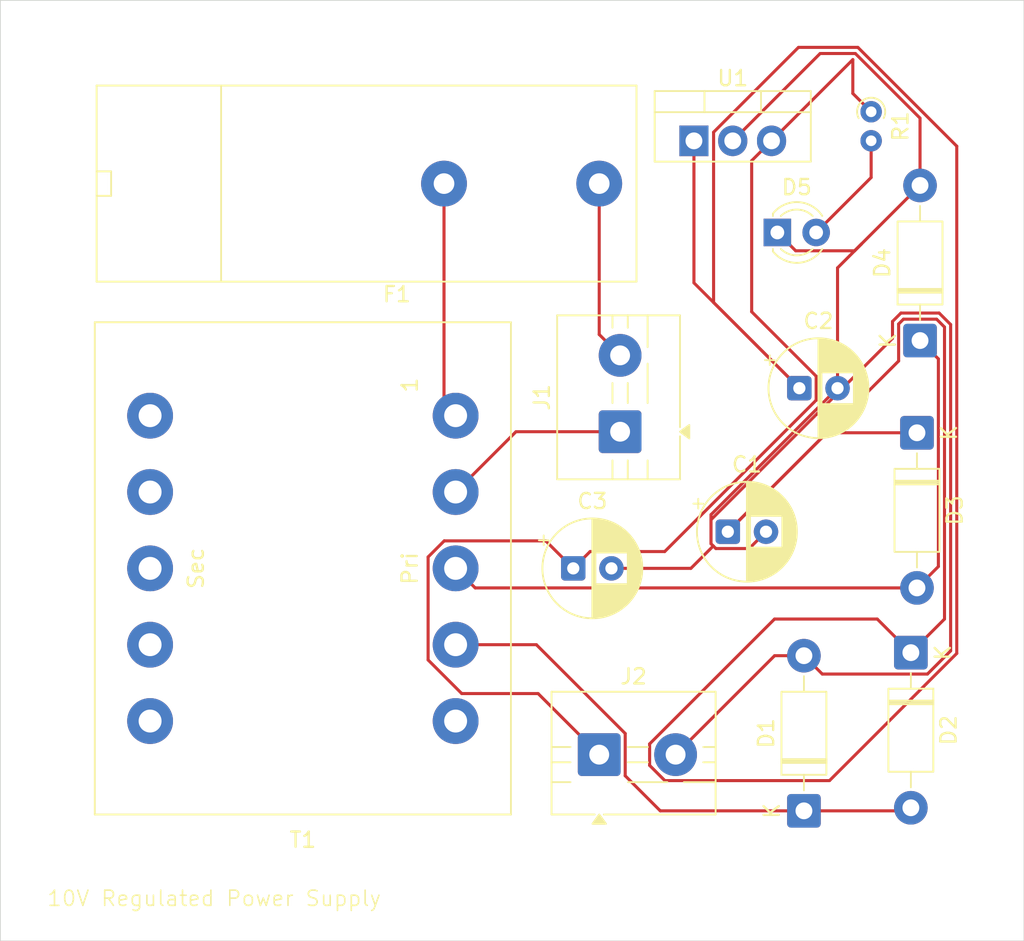
<source format=kicad_pcb>
(kicad_pcb (version 20241229) (generator "pcbnew") (generator_version "9.0")
  (layers (0 "F.Cu" signal) (2 "B.Cu" signal) (13 "F.Paste" user) (15 "B.Paste" user) (5 "F.SilkS" user "F.Silkscreen") (7 "B.SilkS" user "B.Silkscreen") (1 "F.Mask" user) (3 "B.Mask" user) (25 "Edge.Cuts" user))
  (net 0 "")
  (net 1 "GND")
  (net 2 "Net-(D2-K)")
  (net 3 "Net-(J2-Pin_1)")
  (net 4 "Net-(D1-K)")
  (net 5 "Net-(D3-A)")
  (net 6 "Net-(J1-Pin_2)")
  (net 7 "Net-(T1-AA)")
  (net 8 "Net-(J1-Pin_1)")
  (net 9 "Net-(D5-A)")
  (footprint "Diode_THT:D_DO-41_SOD81_P10.16mm_Horizontal" (layer "F.Cu") (at 173.6 95.68 90)
    (property "Reference" "D4" (at 5.08 -2.47 90) (layer "F.SilkS"))
    (property "Value" "1N4007")
    (fp_text user "K" (at 0 -2.1 90) (layer "F.SilkS"))
    (pad "1" thru_hole roundrect (at 0 0 90) (size 2.2 2.2) (drill 1.1) (layers "*.Cu" "*.Mask") (roundrect_rratio 0.113636) (net 5 "Net-(D3-A)"))
    (pad "2" thru_hole circle (at 10.16 0 90) (size 2.2 2.2) (drill 1.1) (layers "*.Cu" "*.Mask") (net 1 "GND"))
  )
  (footprint "TerminalBlock:TerminalBlock_MaiXu_MX126-5.0-02P_1x02_P5.00mm" (layer "F.Cu") (at 153.9675 101.65 90)
    (property "Reference" "J1" (at 2.25 -5.12 90) (layer "F.SilkS"))
    (property "Value" "AC_INPUT")
    (pad "1" thru_hole roundrect (at 0 0 90) (size 2.8 2.8) (drill 1.3) (layers "*.Cu" "*.Mask") (roundrect_rratio 0.089286) (net 8 "Net-(J1-Pin_1)"))
    (pad "2" thru_hole circle (at 5 0 90) (size 2.8 2.8) (drill 1.3) (layers "*.Cu" "*.Mask") (net 6 "Net-(J1-Pin_2)"))
  )
  (footprint "Package_TO_SOT_THT:TO-220-3_Vertical" (layer "F.Cu") (at 158.8 82.6)
    (property "Reference" "U1" (at 2.54 -4.1 0) (layer "F.SilkS"))
    (property "Value" "LM317 ")
    (pad "1" thru_hole rect (at 0 0) (size 1.905 2) (drill 1.1) (layers "*.Cu" "*.Mask") (net 2 "Net-(D2-K)"))
    (pad "2" thru_hole oval (at 2.54 0) (size 1.905 2) (drill 1.1) (layers "*.Cu" "*.Mask") (net 1 "GND"))
    (pad "3" thru_hole oval (at 5.08 0) (size 1.905 2) (drill 1.1) (layers "*.Cu" "*.Mask") (net 3 "Net-(J2-Pin_1)"))
  )
  (footprint "LED_THT:LED_D3.0mm" (layer "F.Cu") (at 164.26 88.6)
    (property "Reference" "D5" (at 1.27 -2.96 0) (layer "F.SilkS"))
    (property "Value" "LED")
    (pad "1" thru_hole rect (at 0 0) (size 1.8 1.8) (drill 0.9) (layers "*.Cu" "*.Mask") (net 1 "GND"))
    (pad "2" thru_hole circle (at 2.54 0) (size 1.8 1.8) (drill 0.9) (layers "*.Cu" "*.Mask") (net 9 "Net-(D5-A)"))
  )
  (footprint "Capacitor_THT:CP_Radial_D6.3mm_P2.50mm" (layer "F.Cu") (at 161.017621 108.2)
    (property "Reference" "C1" (at 1.25 -4.4 0) (layer "F.SilkS"))
    (property "Value" "470uF")
    (pad "1" thru_hole roundrect (at 0 0) (size 1.6 1.6) (drill 0.8) (layers "*.Cu" "*.Mask") (roundrect_rratio 0.15625) (net 2 "Net-(D2-K)"))
    (pad "2" thru_hole circle (at 2.5 0) (size 1.6 1.6) (drill 0.8) (layers "*.Cu" "*.Mask") (net 1 "GND"))
  )
  (footprint "Transformer_THT:Transformer_CHK_EI30-2VA_1xSec" (layer "F.Cu") (at 143.2 100.6 180)
    (property "Reference" "T1" (at 10 -27.78 0) (layer "F.SilkS"))
    (property "Value" "Transformer_1P_1S")
    (fp_text user "1" (at 3 2 90) (layer "F.SilkS"))
    (fp_text user "Sec" (at 17 -10 90) (layer "F.SilkS"))
    (fp_text user "Pri" (at 3 -10 90) (layer "F.SilkS"))
    (pad "1" thru_hole circle (at 0 0 180) (size 3 3) (drill 1.5) (layers "*.Cu" "*.Mask") (net 7 "Net-(T1-AA)"))
    (pad "2" thru_hole circle (at 0 -5 180) (size 3 3) (drill 1.5) (layers "*.Cu" "*.Mask") (net 8 "Net-(J1-Pin_1)"))
    (pad "3" thru_hole circle (at 0 -10 180) (size 3 3) (drill 1.5) (layers "*.Cu" "*.Mask") (net 5 "Net-(D3-A)"))
    (pad "4" thru_hole circle (at 0 -15 180) (size 3 3) (drill 1.5) (layers "*.Cu" "*.Mask") (net 4 "Net-(D1-K)"))
    (pad "5" thru_hole circle (at 0 -20 180) (size 3 3) (drill 1.5) (layers "*.Cu" "*.Mask"))
    (pad "6" thru_hole circle (at 20 -20 180) (size 3 3) (drill 1.5) (layers "*.Cu" "*.Mask"))
    (pad "7" thru_hole circle (at 20 -15 180) (size 3 3) (drill 1.5) (layers "*.Cu" "*.Mask"))
    (pad "8" thru_hole circle (at 20 -10 180) (size 3 3) (drill 1.5) (layers "*.Cu" "*.Mask"))
    (pad "9" thru_hole circle (at 20 -5 180) (size 3 3) (drill 1.5) (layers "*.Cu" "*.Mask"))
    (pad "10" thru_hole circle (at 20 0 180) (size 3 3) (drill 1.5) (layers "*.Cu" "*.Mask"))
  )
  (footprint "Capacitor_THT:CP_Radial_D6.3mm_P2.50mm" (layer "F.Cu") (at 165.7 98.8)
    (property "Reference" "C2" (at 1.25 -4.4 0) (layer "F.SilkS"))
    (property "Value" "0.1uF")
    (pad "1" thru_hole roundrect (at 0 0) (size 1.6 1.6) (drill 0.8) (layers "*.Cu" "*.Mask") (roundrect_rratio 0.15625) (net 2 "Net-(D2-K)"))
    (pad "2" thru_hole circle (at 2.5 0) (size 1.6 1.6) (drill 0.8) (layers "*.Cu" "*.Mask") (net 1 "GND"))
  )
  (footprint "Fuse:Fuseholder_Cylinder-5x20mm_Bulgin_FX0457_Horizontal_Closed" (layer "F.Cu") (at 152.6 85.4 180)
    (property "Reference" "F1" (at 13.25 -7.25 0) (layer "F.SilkS"))
    (property "Value" "Fuse")
    (pad "1" thru_hole circle (at 0 0 180) (size 3 3) (drill 1.35) (layers "*.Cu" "*.Mask") (net 6 "Net-(J1-Pin_2)"))
    (pad "2" thru_hole circle (at 10.16 0 180) (size 3 3) (drill 1.35) (layers "*.Cu" "*.Mask") (net 7 "Net-(T1-AA)"))
  )
  (footprint "Diode_THT:D_DO-41_SOD81_P10.16mm_Horizontal" (layer "F.Cu") (at 166 126.48 90)
    (property "Reference" "D1" (at 5.08 -2.47 90) (layer "F.SilkS"))
    (property "Value" "1N4007")
    (fp_text user "K" (at 0 -2.1 90) (layer "F.SilkS"))
    (pad "1" thru_hole roundrect (at 0 0 90) (size 2.2 2.2) (drill 1.1) (layers "*.Cu" "*.Mask") (roundrect_rratio 0.113636) (net 4 "Net-(D1-K)"))
    (pad "2" thru_hole circle (at 10.16 0 90) (size 2.2 2.2) (drill 1.1) (layers "*.Cu" "*.Mask") (net 1 "GND"))
  )
  (footprint "Diode_THT:D_DO-41_SOD81_P10.16mm_Horizontal" (layer "F.Cu") (at 173.4 101.72 -90)
    (property "Reference" "D3" (at 5.08 -2.47 90) (layer "F.SilkS"))
    (property "Value" "1N4007")
    (fp_text user "K" (at 0 -2.1 90) (layer "F.SilkS"))
    (pad "1" thru_hole roundrect (at 0 0 270) (size 2.2 2.2) (drill 1.1) (layers "*.Cu" "*.Mask") (roundrect_rratio 0.113636) (net 2 "Net-(D2-K)"))
    (pad "2" thru_hole circle (at 10.16 0 270) (size 2.2 2.2) (drill 1.1) (layers "*.Cu" "*.Mask") (net 5 "Net-(D3-A)"))
  )
  (footprint "TerminalBlock:TerminalBlock_MaiXu_MX126-5.0-02P_1x02_P5.00mm" (layer "F.Cu") (at 152.6 122.8)
    (property "Reference" "J2" (at 2.25 -5.12 0) (layer "F.SilkS"))
    (property "Value" "+10V, GND ")
    (pad "1" thru_hole roundrect (at 0 0) (size 2.8 2.8) (drill 1.3) (layers "*.Cu" "*.Mask") (roundrect_rratio 0.089286) (net 3 "Net-(J2-Pin_1)"))
    (pad "2" thru_hole circle (at 5 0) (size 2.8 2.8) (drill 1.3) (layers "*.Cu" "*.Mask") (net 1 "GND"))
  )
  (footprint "Capacitor_THT:CP_Radial_D6.3mm_P2.50mm" (layer "F.Cu") (at 150.9 110.6)
    (property "Reference" "C3" (at 1.25 -4.4 0) (layer "F.SilkS"))
    (property "Value" "0.1uF")
    (pad "1" thru_hole roundrect (at 0 0) (size 1.6 1.6) (drill 0.8) (layers "*.Cu" "*.Mask") (roundrect_rratio 0.15625) (net 3 "Net-(J2-Pin_1)"))
    (pad "2" thru_hole circle (at 2.5 0) (size 1.6 1.6) (drill 0.8) (layers "*.Cu" "*.Mask") (net 1 "GND"))
  )
  (footprint "Resistor_THT:R_Axial_DIN0204_L3.6mm_D1.6mm_P1.90mm_Vertical" (layer "F.Cu") (at 170.4 80.695 -90)
    (property "Reference" "R1" (at 0.95 -1.92 90) (layer "F.SilkS"))
    (property "Value" "240")
    (pad "1" thru_hole circle (at 0 0 270) (size 1.4 1.4) (drill 0.7) (layers "*.Cu" "*.Mask") (net 3 "Net-(J2-Pin_1)"))
    (pad "2" thru_hole circle (at 1.9 0 270) (size 1.4 1.4) (drill 0.7) (layers "*.Cu" "*.Mask") (net 9 "Net-(D5-A)"))
  )
  (footprint "Diode_THT:D_DO-41_SOD81_P10.16mm_Horizontal" (layer "F.Cu") (at 173 116.12 -90)
    (property "Reference" "D2" (at 5.08 -2.47 90) (layer "F.SilkS"))
    (property "Value" "1N4007")
    (fp_text user "K" (at 0 -2.1 90) (layer "F.SilkS"))
    (pad "1" thru_hole roundrect (at 0 0 270) (size 2.2 2.2) (drill 1.1) (layers "*.Cu" "*.Mask") (roundrect_rratio 0.113636) (net 2 "Net-(D2-K)"))
    (pad "2" thru_hole circle (at 10.16 0 270) (size 2.2 2.2) (drill 1.1) (layers "*.Cu" "*.Mask") (net 4 "Net-(D1-K)"))
  )
  (gr_rect (start 113.4 73.4) (end 180.4 135) (stroke (width 0.05)) (fill no) (layer "Edge.Cuts"))
  (gr_text "10V Regulated Power Supply " (at 116.4 132.8 0) (layer "F.SilkS") (effects (font (size 1 1) (thickness 0.1)) (justify left bottom)))
  (segment (start 162.416621 109.301) (end 163.517621 108.2) (width 0.2) (layer "F.Cu") (net 1))
  (segment (start 158.6 110.6) (end 160.065731 109.134269) (width 0.2) (layer "F.Cu") (net 1))
  (segment (start 173.6 81.1129) (end 169.3661 76.879) (width 0.2) (layer "F.Cu") (net 1))
  (segment (start 165.461 89.801) (end 169.319 89.801) (width 0.2) (layer "F.Cu") (net 1))
  (segment (start 167.061 76.879) (end 161.34 82.6) (width 0.2) (layer "F.Cu") (net 1))
  (segment (start 173.6 85.52) (end 173.6 81.1129) (width 0.2) (layer "F.Cu") (net 1))
  (segment (start 164.26 88.6) (end 165.461 89.801) (width 0.2) (layer "F.Cu") (net 1))
  (segment (start 175.603 116.00316) (end 175.603 94.62974) (width 0.2) (layer "F.Cu") (net 1))
  (segment (start 171.798 95.533461) (end 159.916621 107.41484) (width 0.2) (layer "F.Cu") (net 1))
  (segment (start 169.3661 76.879) (end 167.061 76.879) (width 0.2) (layer "F.Cu") (net 1))
  (segment (start 169.319 89.801) (end 169.76 89.36) (width 0.2) (layer "F.Cu") (net 1))
  (segment (start 168.2 98.8) (end 168.2 90.92) (width 0.2) (layer "F.Cu") (net 1))
  (segment (start 167.201 117.521) (end 174.08516 117.521) (width 0.2) (layer "F.Cu") (net 1))
  (segment (start 169.76 89.36) (end 173.6 85.52) (width 0.2) (layer "F.Cu") (net 1))
  (segment (start 159.916621 108.98516) (end 159.916621 107.083379) (width 0.2) (layer "F.Cu") (net 1))
  (segment (start 160.065731 109.134269) (end 160.232461 109.301) (width 0.2) (layer "F.Cu") (net 1))
  (segment (start 164.08 116.32) (end 166 116.32) (width 0.2) (layer "F.Cu") (net 1))
  (segment (start 174.08516 117.521) (end 175.603 116.00316) (width 0.2) (layer "F.Cu") (net 1))
  (segment (start 160.232461 109.301) (end 162.416621 109.301) (width 0.2) (layer "F.Cu") (net 1))
  (segment (start 159.916621 107.41484) (end 159.916621 108.98516) (width 0.2) (layer "F.Cu") (net 1))
  (segment (start 174.85126 93.878) (end 172.34874 93.878) (width 0.2) (layer "F.Cu") (net 1))
  (segment (start 175.603 94.62974) (end 174.85126 93.878) (width 0.2) (layer "F.Cu") (net 1))
  (segment (start 166 116.32) (end 167.201 117.521) (width 0.2) (layer "F.Cu") (net 1))
  (segment (start 159.916621 108.98516) (end 160.065731 109.134269) (width 0.2) (layer "F.Cu") (net 1))
  (segment (start 172.34874 93.878) (end 171.798 94.42874) (width 0.2) (layer "F.Cu") (net 1))
  (segment (start 168.2 90.92) (end 169.76 89.36) (width 0.2) (layer "F.Cu") (net 1))
  (segment (start 159.916621 107.083379) (end 168.2 98.8) (width 0.2) (layer "F.Cu") (net 1))
  (segment (start 157.6 122.8) (end 164.08 116.32) (width 0.2) (layer "F.Cu") (net 1))
  (segment (start 171.798 94.42874) (end 171.798 95.533461) (width 0.2) (layer "F.Cu") (net 1))
  (segment (start 153.4 110.6) (end 158.6 110.6) (width 0.2) (layer "F.Cu") (net 1))
  (segment (start 164.076422 113.918) (end 155.899 122.095422) (width 0.2) (layer "F.Cu") (net 2))
  (segment (start 156.895422 124.501) (end 167.67226 124.501) (width 0.2) (layer "F.Cu") (net 2))
  (segment (start 167.497621 101.72) (end 161.017621 108.2) (width 0.2) (layer "F.Cu") (net 2))
  (segment (start 175.202 113.918) (end 175.202 94.79584) (width 0.2) (layer "F.Cu") (net 2))
  (segment (start 176.004 82.9498) (end 169.5322 76.478) (width 0.2) (layer "F.Cu") (net 2))
  (segment (start 167.67226 124.501) (end 176.004 116.16926) (width 0.2) (layer "F.Cu") (net 2))
  (segment (start 172.51484 94.279) (end 172.199 94.59484) (width 0.2) (layer "F.Cu") (net 2))
  (segment (start 160.0865 93.1865) (end 165.7 98.8) (width 0.2) (layer "F.Cu") (net 2))
  (segment (start 155.899 123.504578) (end 156.895422 124.501) (width 0.2) (layer "F.Cu") (net 2))
  (segment (start 173.4 101.72) (end 167.497621 101.72) (width 0.2) (layer "F.Cu") (net 2))
  (segment (start 173 116.12) (end 170.798 113.918) (width 0.2) (layer "F.Cu") (net 2))
  (segment (start 172.199 97.018621) (end 161.017621 108.2) (width 0.2) (layer "F.Cu") (net 2))
  (segment (start 160.0865 82.033283) (end 160.0865 93.1865) (width 0.2) (layer "F.Cu") (net 2))
  (segment (start 175.202 94.79584) (end 174.68516 94.279) (width 0.2) (layer "F.Cu") (net 2))
  (segment (start 172.199 94.59484) (end 172.199 97.018621) (width 0.2) (layer "F.Cu") (net 2))
  (segment (start 174.68516 94.279) (end 172.51484 94.279) (width 0.2) (layer "F.Cu") (net 2))
  (segment (start 158.8 82.6) (end 158.8 91.9) (width 0.2) (layer "F.Cu") (net 2))
  (segment (start 155.899 122.095422) (end 155.899 123.504578) (width 0.2) (layer "F.Cu") (net 2))
  (segment (start 170.798 113.918) (end 164.076422 113.918) (width 0.2) (layer "F.Cu") (net 2))
  (segment (start 165.641783 76.478) (end 160.0865 82.033283) (width 0.2) (layer "F.Cu") (net 2))
  (segment (start 158.8 91.9) (end 165.7 98.8) (width 0.2) (layer "F.Cu") (net 2))
  (segment (start 173 116.12) (end 175.202 113.918) (width 0.2) (layer "F.Cu") (net 2))
  (segment (start 169.5322 76.478) (end 165.641783 76.478) (width 0.2) (layer "F.Cu") (net 2))
  (segment (start 176.004 116.16926) (end 176.004 82.9498) (width 0.2) (layer "F.Cu") (net 2))
  (segment (start 163.88 82.6) (end 169.2 77.28) (width 0.2) (layer "F.Cu") (net 3))
  (segment (start 143.599 118.799) (end 148.599 118.799) (width 0.2) (layer "F.Cu") (net 3))
  (segment (start 162.579 93.79284) (end 166.801 98.01484) (width 0.2) (layer "F.Cu") (net 3))
  (segment (start 152.001 109.499) (end 150.9 110.6) (width 0.2) (layer "F.Cu") (net 3))
  (segment (start 148.599 118.799) (end 152.6 122.8) (width 0.2) (layer "F.Cu") (net 3))
  (segment (start 169.2 77.28) (end 169.2 79.495) (width 0.2) (layer "F.Cu") (net 3))
  (segment (start 162.579 83.901) (end 162.579 93.79284) (width 0.2) (layer "F.Cu") (net 3))
  (segment (start 163.88 82.6) (end 162.579 83.901) (width 0.2) (layer "F.Cu") (net 3))
  (segment (start 141.399 116.599) (end 143.599 118.799) (width 0.2) (layer "F.Cu") (net 3))
  (segment (start 141.399 109.854001) (end 141.399 116.599) (width 0.2) (layer "F.Cu") (net 3))
  (segment (start 166.801 99.58516) (end 156.88716 109.499) (width 0.2) (layer "F.Cu") (net 3))
  (segment (start 150.9 110.6) (end 149.099 108.799) (width 0.2) (layer "F.Cu") (net 3))
  (segment (start 166.801 98.01484) (end 166.801 99.58516) (width 0.2) (layer "F.Cu") (net 3))
  (segment (start 142.454001 108.799) (end 141.399 109.854001) (width 0.2) (layer "F.Cu") (net 3))
  (segment (start 149.099 108.799) (end 142.454001 108.799) (width 0.2) (layer "F.Cu") (net 3))
  (segment (start 169.2 79.495) (end 170.4 80.695) (width 0.2) (layer "F.Cu") (net 3))
  (segment (start 156.88716 109.499) (end 152.001 109.499) (width 0.2) (layer "F.Cu") (net 3))
  (segment (start 166 126.48) (end 156.59584 126.48) (width 0.2) (layer "F.Cu") (net 4))
  (segment (start 148.48616 115.6) (end 143.2 115.6) (width 0.2) (layer "F.Cu") (net 4))
  (segment (start 154.301 121.41484) (end 148.48616 115.6) (width 0.2) (layer "F.Cu") (net 4))
  (segment (start 172.8 126.48) (end 173 126.28) (width 0.2) (layer "F.Cu") (net 4))
  (segment (start 154.301 124.18516) (end 154.301 121.41484) (width 0.2) (layer "F.Cu") (net 4))
  (segment (start 166 126.48) (end 172.8 126.48) (width 0.2) (layer "F.Cu") (net 4))
  (segment (start 156.59584 126.48) (end 154.301 124.18516) (width 0.2) (layer "F.Cu") (net 4))
  (segment (start 174.801 110.479) (end 174.801 96.881) (width 0.2) (layer "F.Cu") (net 5))
  (segment (start 173.4 111.88) (end 174.801 110.479) (width 0.2) (layer "F.Cu") (net 5))
  (segment (start 144.48 111.88) (end 173.4 111.88) (width 0.2) (layer "F.Cu") (net 5))
  (segment (start 174.801 96.881) (end 173.6 95.68) (width 0.2) (layer "F.Cu") (net 5))
  (segment (start 143.2 110.6) (end 144.48 111.88) (width 0.2) (layer "F.Cu") (net 5))
  (segment (start 152.6 95.2825) (end 153.9675 96.65) (width 0.2) (layer "F.Cu") (net 6))
  (segment (start 152.6 85.4) (end 152.6 95.2825) (width 0.2) (layer "F.Cu") (net 6))
  (segment (start 142.44 85.4) (end 142.44 99.84) (width 0.2) (layer "F.Cu") (net 7))
  (segment (start 142.44 99.84) (end 143.2 100.6) (width 0.2) (layer "F.Cu") (net 7))
  (segment (start 153.9675 101.65) (end 147.15 101.65) (width 0.2) (layer "F.Cu") (net 8))
  (segment (start 147.15 101.65) (end 143.2 105.6) (width 0.2) (layer "F.Cu") (net 8))
  (segment (start 170.4 82.595) (end 170.4 85) (width 0.2) (layer "F.Cu") (net 9))
  (segment (start 170.4 85) (end 166.8 88.6) (width 0.2) (layer "F.Cu") (net 9))
)
</source>
